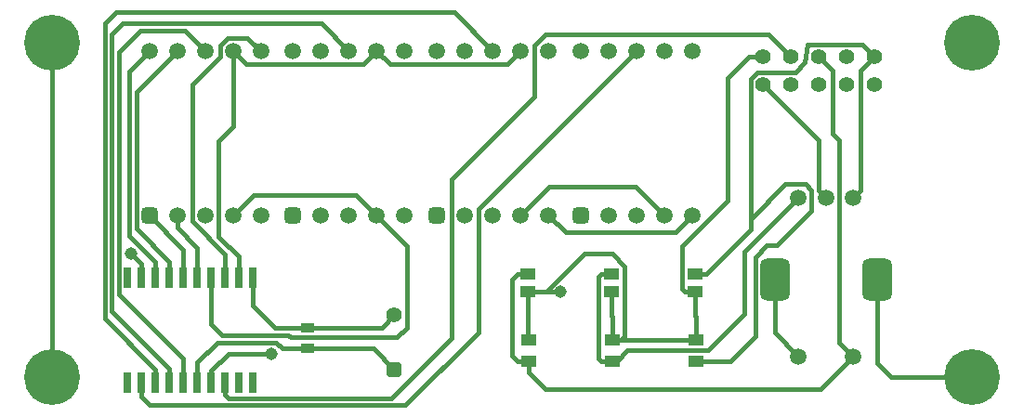
<source format=gbr>
%TF.GenerationSoftware,Altium Limited,Altium Designer,22.4.2 (48)*%
G04 Layer_Physical_Order=1*
G04 Layer_Color=255*
%FSLAX26Y26*%
%MOIN*%
%TF.SameCoordinates,DC04713F-A1B7-43D7-85F6-64DFF616D11F*%
%TF.FilePolarity,Positive*%
%TF.FileFunction,Copper,L1,Top,Signal*%
%TF.Part,Single*%
G01*
G75*
%TA.AperFunction,SMDPad,CuDef*%
%ADD10R,0.051181X0.035433*%
%ADD11R,0.027559X0.074803*%
%ADD12R,0.057087X0.039370*%
%ADD13R,0.057874X0.040157*%
%TA.AperFunction,Conductor*%
%ADD14C,0.015000*%
%TA.AperFunction,ViaPad*%
%ADD15C,0.200000*%
%TA.AperFunction,ComponentPad*%
G04:AMPARAMS|DCode=16|XSize=55.118mil|YSize=55.118mil|CornerRadius=13.78mil|HoleSize=0mil|Usage=FLASHONLY|Rotation=270.000|XOffset=0mil|YOffset=0mil|HoleType=Round|Shape=RoundedRectangle|*
%AMROUNDEDRECTD16*
21,1,0.055118,0.027559,0,0,270.0*
21,1,0.027559,0.055118,0,0,270.0*
1,1,0.027559,-0.013780,-0.013780*
1,1,0.027559,-0.013780,0.013780*
1,1,0.027559,0.013780,0.013780*
1,1,0.027559,0.013780,-0.013780*
%
%ADD16ROUNDEDRECTD16*%
%ADD17C,0.055118*%
G04:AMPARAMS|DCode=18|XSize=153.543mil|YSize=106.299mil|CornerRadius=26.575mil|HoleSize=0mil|Usage=FLASHONLY|Rotation=90.000|XOffset=0mil|YOffset=0mil|HoleType=Round|Shape=RoundedRectangle|*
%AMROUNDEDRECTD18*
21,1,0.153543,0.053150,0,0,90.0*
21,1,0.100394,0.106299,0,0,90.0*
1,1,0.053150,0.026575,0.050197*
1,1,0.053150,0.026575,-0.050197*
1,1,0.053150,-0.026575,-0.050197*
1,1,0.053150,-0.026575,0.050197*
%
%ADD18ROUNDEDRECTD18*%
%ADD19C,0.059055*%
G04:AMPARAMS|DCode=20|XSize=59.055mil|YSize=59.055mil|CornerRadius=14.764mil|HoleSize=0mil|Usage=FLASHONLY|Rotation=0.000|XOffset=0mil|YOffset=0mil|HoleType=Round|Shape=RoundedRectangle|*
%AMROUNDEDRECTD20*
21,1,0.059055,0.029527,0,0,0.0*
21,1,0.029527,0.059055,0,0,0.0*
1,1,0.029528,0.014764,-0.014764*
1,1,0.029528,-0.014764,-0.014764*
1,1,0.029528,-0.014764,0.014764*
1,1,0.029528,0.014764,0.014764*
%
%ADD20ROUNDEDRECTD20*%
%ADD21C,0.055000*%
%TA.AperFunction,ViaPad*%
%ADD22C,0.045000*%
D10*
X2066000Y3752598D02*
D03*
Y3827402D02*
D03*
D11*
X1870000Y4007976D02*
D03*
X1820000D02*
D03*
X1770000D02*
D03*
X1720000D02*
D03*
X1670000D02*
D03*
X1620000D02*
D03*
X1570000D02*
D03*
X1520000D02*
D03*
X1470000D02*
D03*
X1420000D02*
D03*
Y3630024D02*
D03*
X1470000D02*
D03*
X1520000D02*
D03*
X1570000D02*
D03*
X1620000D02*
D03*
X1670000D02*
D03*
X1720000D02*
D03*
X1770000D02*
D03*
X1820000D02*
D03*
X1870000D02*
D03*
D12*
X3460000Y3708598D02*
D03*
Y3783402D02*
D03*
X3160000Y3708598D02*
D03*
Y3783402D02*
D03*
X2860000Y3708598D02*
D03*
Y3783402D02*
D03*
D13*
X3457000Y3956504D02*
D03*
Y4019496D02*
D03*
X3157000Y3956504D02*
D03*
Y4019496D02*
D03*
X2857000Y3956504D02*
D03*
Y4019496D02*
D03*
D14*
X3190000Y3783402D02*
X3460000D01*
X2923000Y3956504D02*
X2972000D01*
X2857000D02*
X2923000D01*
X2857000Y3783402D02*
Y3956504D01*
X3655000Y4218000D02*
Y4720000D01*
Y4179496D02*
Y4218000D01*
X3420000Y3956504D02*
X3457000D01*
X3410000Y3966504D02*
X3420000Y3956504D01*
X3410000Y3966504D02*
Y4120000D01*
X3574000Y4284000D01*
Y4724180D01*
X3649820Y4800000D01*
X3700000D01*
X3741930Y3809054D02*
Y4000000D01*
Y3809054D02*
X3826574Y3724410D01*
X2066000Y3827402D02*
X2330976D01*
X2377000Y3873426D01*
X4050000Y4750000D02*
X4100000Y4800000D01*
X4050000Y4321850D02*
Y4750000D01*
X4023426Y4295276D02*
X4050000Y4321850D01*
X4055000Y4845000D02*
X4100000Y4800000D01*
X3860000Y4845000D02*
X4055000D01*
X3850000Y4780000D02*
X3860000Y4845000D01*
X3815000Y4745000D02*
X3850000Y4780000D01*
X3680000Y4745000D02*
X3815000D01*
X3655000Y4720000D02*
X3680000Y4745000D01*
X3495000Y4019496D02*
X3655000Y4179496D01*
X3457000Y4019496D02*
X3495000D01*
X3655000Y4218000D02*
X3780000Y4343000D01*
X3851000D01*
X3874000Y4320000D01*
Y4248000D02*
Y4320000D01*
X3748000Y4122000D02*
X3874000Y4248000D01*
X3713000Y4122000D02*
X3748000D01*
X3671000Y4080000D02*
X3713000Y4122000D01*
X3671000Y3795598D02*
Y4080000D01*
X3584000Y3708598D02*
X3671000Y3795598D01*
X3460000Y3708598D02*
X3584000D01*
X1670000Y4007976D02*
Y4114094D01*
X1598426Y4185668D02*
X1670000Y4114094D01*
X1598426Y4185668D02*
Y4229724D01*
X2314000Y4230448D02*
X2423000Y4121448D01*
Y3828000D02*
Y4121448D01*
X2387000Y3792000D02*
X2423000Y3828000D01*
X2005000Y3792000D02*
X2387000D01*
X1996000Y3801000D02*
X2005000Y3792000D01*
X1760000Y3801000D02*
X1996000D01*
X1720000Y3841000D02*
X1760000Y3801000D01*
X1720000Y3841000D02*
Y4007976D01*
X1770000D02*
Y4091642D01*
X1651000Y4210642D02*
X1770000Y4091642D01*
X1651000Y4210642D02*
Y4699000D01*
X1751000Y4799000D01*
Y4840000D01*
X1779000Y4868000D01*
X1850702D01*
X1898426Y4820276D01*
X1620000Y3630024D02*
Y3716482D01*
X1388000Y3948482D02*
X1620000Y3716482D01*
X1388000Y3948482D02*
Y4816150D01*
X1464154Y4892304D01*
X1626398D01*
X1698426Y4820276D01*
X1570000Y4007976D02*
Y4064094D01*
X1451398Y4182696D02*
X1570000Y4064094D01*
X1451398Y4182696D02*
Y4673248D01*
X1598426Y4820276D01*
X1520000Y4007976D02*
Y4064094D01*
X1426398Y4157696D02*
X1520000Y4064094D01*
X1426398Y4157696D02*
Y4748248D01*
X1498426Y4820276D01*
X1470000Y3580000D02*
Y3630024D01*
Y3580000D02*
X1499878Y3550122D01*
X2417122D01*
X2678000Y3811000D01*
Y4253000D01*
X3246000Y4821000D01*
X1720000Y3630024D02*
Y3673000D01*
X1781000Y3734000D01*
X1935000D01*
X1770000Y3586000D02*
Y3630024D01*
Y3586000D02*
X1780878Y3575122D01*
X2366122D01*
X2582000Y3791000D01*
Y4360000D01*
X2880000Y4658000D01*
Y4840000D01*
X2920000Y4880000D01*
X3720000D01*
X3800000Y4800000D01*
X3160000Y3708598D02*
X3176598D01*
X3214000Y3746000D01*
X3502000D01*
X3633000Y3877000D01*
Y4101702D01*
X3826574Y4295276D01*
X3160000Y3783402D02*
X3190000D01*
X3204000Y3797402D01*
Y4048000D01*
X3160000Y4092000D02*
X3204000Y4048000D01*
X3058496Y4092000D02*
X3160000D01*
X2923000Y3956504D02*
X3058496Y4092000D01*
X2857000Y3783402D02*
X2860000D01*
X3120000Y3708598D02*
X3160000D01*
X3110000Y3718598D02*
X3120000Y3708598D01*
X3110000Y3718598D02*
Y4009496D01*
X3120000Y4019496D01*
X3157000D01*
X2930000Y4230448D02*
X2991448Y4169000D01*
X3384552D01*
X3446000Y4230448D01*
X2782000Y4773000D02*
X2830000Y4821000D01*
X2362000Y4773000D02*
X2782000D01*
X2314000Y4821000D02*
X2362000Y4773000D01*
X1570000Y3630024D02*
Y3680000D01*
X1363000Y3887000D02*
X1570000Y3680000D01*
X1363000Y3887000D02*
Y4880000D01*
X1403000Y4920000D01*
X2115000D01*
X2214000Y4821000D01*
X1520000Y3630024D02*
Y3678000D01*
X1338000Y3860000D02*
X1520000Y3678000D01*
X1338000Y3860000D02*
Y4920000D01*
X1378000Y4960000D01*
X2591000D01*
X2730000Y4821000D01*
X1150000Y3650000D02*
Y4850000D01*
X1798426Y4820276D02*
X1845702Y4773000D01*
X2266000D01*
X2314000Y4821000D01*
X1620000Y4007976D02*
Y4108150D01*
X1498426Y4229724D02*
X1620000Y4108150D01*
X1470000Y4007976D02*
Y4057000D01*
X1434000Y4093000D02*
X1470000Y4057000D01*
X3900598Y4319678D02*
X3925000Y4295276D01*
X3900598Y4319678D02*
Y4499402D01*
X3700000Y4700000D02*
X3900598Y4499402D01*
X2860000Y3668000D02*
Y3708598D01*
Y3668000D02*
X2920000Y3608000D01*
X3907016D01*
X4023426Y3724410D01*
X2820000Y4019496D02*
X2857000D01*
X2800000Y3999496D02*
X2820000Y4019496D01*
X2800000Y3728598D02*
Y3999496D01*
Y3728598D02*
X2820000Y3708598D01*
X2860000D01*
X2239448Y4305000D02*
X2314000Y4230448D01*
X1873702Y4305000D02*
X2239448D01*
X1798426Y4229724D02*
X1873702Y4305000D01*
X2830000Y4230448D02*
X2932552Y4333000D01*
X3243448D01*
X3346000Y4230448D01*
X1670000Y3630024D02*
Y3702598D01*
X1742002Y3774600D01*
X1952534D01*
X1974536Y3752598D01*
X2066000D01*
X4160000Y3650000D02*
X4450000D01*
X4108070Y3701930D02*
X4160000Y3650000D01*
X4108070Y3701930D02*
Y4000000D01*
X1948598Y3827402D02*
X2066000D01*
X1870000Y3906000D02*
X1948598Y3827402D01*
X1870000Y3906000D02*
Y4007976D01*
X2066000Y3752598D02*
X2300976D01*
X2377000Y3676574D01*
X3974000Y3773836D02*
X4023426Y3724410D01*
X3974000Y3773836D02*
Y4499000D01*
X3950000Y4523000D02*
X3974000Y4499000D01*
X3950000Y4523000D02*
Y4750000D01*
X3900000Y4800000D02*
X3950000Y4750000D01*
X3457000Y3871000D02*
Y3956504D01*
Y3871000D02*
X3460000Y3868000D01*
Y3783402D02*
Y3868000D01*
X3157000Y3871000D02*
Y3956504D01*
Y3871000D02*
X3160000Y3868000D01*
Y3783402D02*
Y3868000D01*
X1820000Y4007976D02*
Y4082000D01*
X1747000Y4155000D02*
X1820000Y4082000D01*
X1747000Y4155000D02*
Y4498574D01*
X1798426Y4550000D01*
Y4820276D01*
D15*
X1150000Y3650000D02*
D03*
X4450000D02*
D03*
Y4850000D02*
D03*
X1150000D02*
D03*
D16*
X2377000Y3676574D02*
D03*
D17*
Y3873426D02*
D03*
D18*
X4108070Y4000000D02*
D03*
X3741930D02*
D03*
D19*
X3925000Y4295276D02*
D03*
X3826574D02*
D03*
X4023426D02*
D03*
X3826574Y3724410D02*
D03*
X4023426D02*
D03*
X3146000Y4230448D02*
D03*
X3246000D02*
D03*
X3346000D02*
D03*
X3446000D02*
D03*
Y4821000D02*
D03*
X3346000D02*
D03*
X3246000D02*
D03*
X3146000D02*
D03*
X3046000D02*
D03*
X2630000Y4230448D02*
D03*
X2730000D02*
D03*
X2830000D02*
D03*
X2930000D02*
D03*
Y4821000D02*
D03*
X2830000D02*
D03*
X2730000D02*
D03*
X2630000D02*
D03*
X2530000D02*
D03*
X2114000Y4230448D02*
D03*
X2214000D02*
D03*
X2314000D02*
D03*
X2414000D02*
D03*
Y4821000D02*
D03*
X2314000D02*
D03*
X2214000D02*
D03*
X2114000D02*
D03*
X2014000D02*
D03*
X1598426Y4229724D02*
D03*
X1698426D02*
D03*
X1798426D02*
D03*
X1898426D02*
D03*
Y4820276D02*
D03*
X1798426D02*
D03*
X1698426D02*
D03*
X1598426D02*
D03*
X1498426D02*
D03*
D20*
X3046000Y4230448D02*
D03*
X2530000D02*
D03*
X2014000D02*
D03*
X1498426Y4229724D02*
D03*
D21*
X3700000Y4800000D02*
D03*
X3800000D02*
D03*
X3900000D02*
D03*
X4000000D02*
D03*
X4100000D02*
D03*
Y4700000D02*
D03*
X4000000D02*
D03*
X3900000D02*
D03*
X3800000D02*
D03*
X3700000D02*
D03*
D22*
X1935000Y3734000D02*
D03*
X2972000Y3956504D02*
D03*
X1434000Y4093000D02*
D03*
%TF.MD5,0b55bd0003840d2f8160891a89fae20d*%
M02*

</source>
